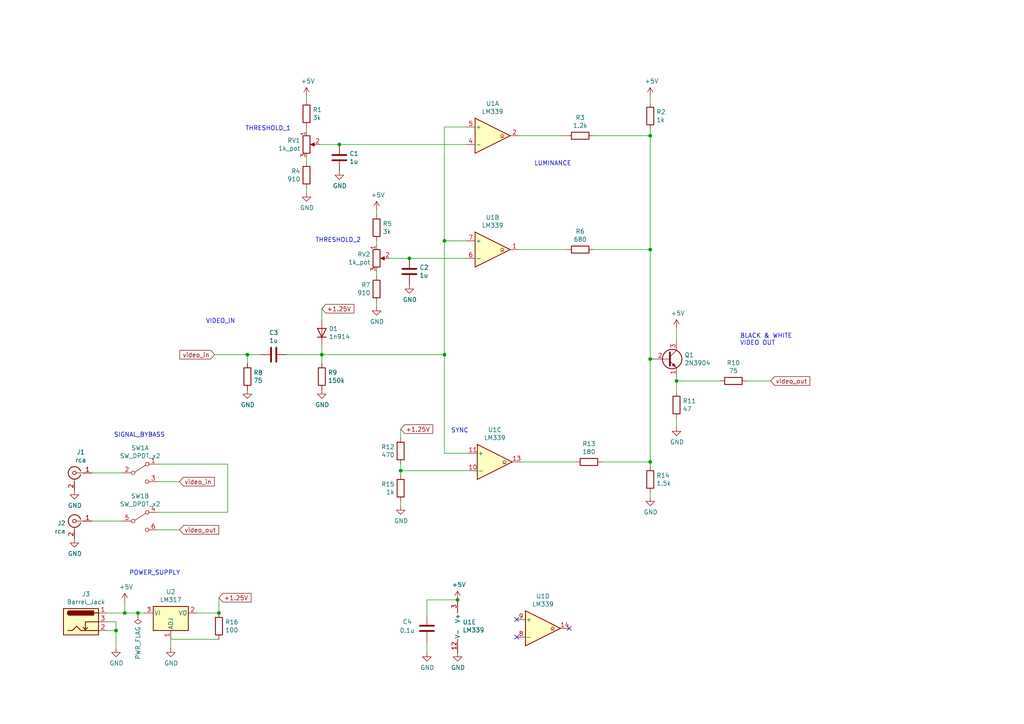
<source format=kicad_sch>
(kicad_sch (version 20211123) (generator eeschema)
  (paper "A4")
  (title_block (title "two_comparator_effect") (date "2022-01-21") (rev "v0_3_1") (company "original design by Rob Schafer") (comment 1 "updated by cyberboy666"))
  (lib_symbols
    (symbol "Comparator:LM339" (pin_names (offset 0.127))
      (property "Reference" "U" (at 0 5.08 0))
      (property "Value" "LM339" (at 0 -5.08 0))
      (symbol "LM339_1_1"
        (polyline (pts (xy -5.08 5.08) (xy 5.08 0) (xy -5.08 -5.08) (xy -5.08 5.08)) (stroke (width 0.254)) (fill (type background)))
        (polyline (pts (xy 3.302 -0.508) (xy 2.794 -0.508) (xy 3.302 0) (xy 2.794 0.508) (xy 2.286 0) (xy 2.794 -0.508) (xy 2.286 -0.508)) (stroke (width 0.127)))
        (pin open_collector line (at 7.62 0 180) (length 2.54) (name "~") (number "2"))
        (pin input line (at -7.62 -2.54 0) (length 2.54) (name "-") (number "4"))
        (pin input line (at -7.62 2.54 0) (length 2.54) (name "+") (number "5"))
      )
      (symbol "LM339_2_1"
        (polyline (pts (xy -5.08 5.08) (xy 5.08 0) (xy -5.08 -5.08) (xy -5.08 5.08)) (stroke (width 0.254)) (fill (type background)))
        (polyline (pts (xy 3.302 -0.508) (xy 2.794 -0.508) (xy 3.302 0) (xy 2.794 0.508) (xy 2.286 0) (xy 2.794 -0.508) (xy 2.286 -0.508)) (stroke (width 0.127)))
        (pin open_collector line (at 7.62 0 180) (length 2.54) (name "~") (number "1"))
        (pin input line (at -7.62 -2.54 0) (length 2.54) (name "-") (number "6"))
        (pin input line (at -7.62 2.54 0) (length 2.54) (name "+") (number "7"))
      )
      (symbol "LM339_3_1"
        (polyline (pts (xy -5.08 5.08) (xy 5.08 0) (xy -5.08 -5.08) (xy -5.08 5.08)) (stroke (width 0.254)) (fill (type background)))
        (polyline (pts (xy 3.302 -0.508) (xy 2.794 -0.508) (xy 3.302 0) (xy 2.794 0.508) (xy 2.286 0) (xy 2.794 -0.508) (xy 2.286 -0.508)) (stroke (width 0.127)))
        (pin input line (at -7.62 -2.54 0) (length 2.54) (name "-") (number "10"))
        (pin input line (at -7.62 2.54 0) (length 2.54) (name "+") (number "11"))
        (pin open_collector line (at 7.62 0 180) (length 2.54) (name "~") (number "13"))
      )
      (symbol "LM339_4_1"
        (polyline (pts (xy -5.08 5.08) (xy 5.08 0) (xy -5.08 -5.08) (xy -5.08 5.08)) (stroke (width 0.254)) (fill (type background)))
        (polyline (pts (xy 3.302 -0.508) (xy 2.794 -0.508) (xy 3.302 0) (xy 2.794 0.508) (xy 2.286 0) (xy 2.794 -0.508) (xy 2.286 -0.508)) (stroke (width 0.127)))
        (pin open_collector line (at 7.62 0 180) (length 2.54) (name "~") (number "14"))
        (pin input line (at -7.62 -2.54 0) (length 2.54) (name "-") (number "8"))
        (pin input line (at -7.62 2.54 0) (length 2.54) (name "+") (number "9"))
      )
      (symbol "LM339_5_1"
        (pin power_in line (at -2.54 -7.62 90) (length 3.81) (name "V-") (number "12"))
        (pin power_in line (at -2.54 7.62 270) (length 3.81) (name "V+") (number "3"))
      )
    )
    (symbol "Connector:Barrel_Jack_Switch" (pin_names hide)
      (property "Reference" "J" (at 0 5.334 0))
      (property "Value" "Barrel_Jack_Switch" (at 0 -5.08 0))
      (symbol "Barrel_Jack_Switch_0_1"
        (rectangle (start -5.08 3.81) (end 5.08 -3.81) (stroke (width 0.254)) (fill (type background)))
        (arc (start -3.302 3.175) (mid -3.937 2.54) (end -3.302 1.905) (stroke (width 0.254)))
        (arc (start -3.302 3.175) (mid -3.937 2.54) (end -3.302 1.905) (stroke (width 0.254)) (fill (type outline)))
        (polyline (pts (xy 1.27 -2.286) (xy 1.905 -1.651)) (stroke (width 0.254)))
        (polyline (pts (xy 5.08 2.54) (xy 3.81 2.54)) (stroke (width 0.254)))
        (polyline (pts (xy 5.08 0) (xy 1.27 0) (xy 1.27 -2.286) (xy 0.635 -1.651)) (stroke (width 0.254)))
        (polyline (pts (xy -3.81 -2.54) (xy -2.54 -2.54) (xy -1.27 -1.27) (xy 0 -2.54) (xy 2.54 -2.54) (xy 5.08 -2.54)) (stroke (width 0.254)))
        (rectangle (start 3.683 3.175) (end -3.302 1.905) (stroke (width 0.254)) (fill (type outline)))
      )
      (symbol "Barrel_Jack_Switch_1_1"
        (pin passive line (at 7.62 2.54 180) (length 2.54) (name "~") (number "1"))
        (pin passive line (at 7.62 -2.54 180) (length 2.54) (name "~") (number "2"))
        (pin passive line (at 7.62 0 180) (length 2.54) (name "~") (number "3"))
      )
    )
    (symbol "Connector:Conn_Coaxial" (pin_names (offset 1.016) hide)
      (property "Reference" "J" (at 0.254 3.048 0))
      (property "Value" "Conn_Coaxial" (at 2.921 0 90))
      (symbol "Conn_Coaxial_0_1"
        (arc (start -1.778 -0.508) (mid 0.2311 -1.8066) (end 1.778 0) (stroke (width 0.254)))
        (polyline (pts (xy -2.54 0) (xy -0.508 0)))
        (polyline (pts (xy 0 -2.54) (xy 0 -1.778)))
        (circle (center 0 0) (radius 0.508) (stroke (width 0.2032)))
        (arc (start 1.778 0) (mid 0.2099 1.8101) (end -1.778 0.508) (stroke (width 0.254)))
      )
      (symbol "Conn_Coaxial_1_1"
        (pin passive line (at -5.08 0 0) (length 2.54) (name "In") (number "1"))
        (pin passive line (at 0 -5.08 90) (length 2.54) (name "Ext") (number "2"))
      )
    )
    (symbol "Device:C" (pin_numbers hide) (pin_names (offset 0.254))
      (property "Reference" "C" (at 0.635 2.54 0))
      (property "Value" "C" (at 0.635 -2.54 0))
      (symbol "C_0_1"
        (polyline (pts (xy -2.032 -0.762) (xy 2.032 -0.762)) (stroke (width 0.508)))
        (polyline (pts (xy -2.032 0.762) (xy 2.032 0.762)) (stroke (width 0.508)))
      )
      (symbol "C_1_1"
        (pin passive line (at 0 3.81 270) (length 2.794) (name "~") (number "1"))
        (pin passive line (at 0 -3.81 90) (length 2.794) (name "~") (number "2"))
      )
    )
    (symbol "Device:D" (pin_numbers hide) (pin_names (offset 1.016) hide)
      (property "Reference" "D" (at 0 2.54 0))
      (property "Value" "D" (at 0 -2.54 0))
      (symbol "D_0_1"
        (polyline (pts (xy -1.27 1.27) (xy -1.27 -1.27)) (stroke (width 0.254)))
        (polyline (pts (xy 1.27 0) (xy -1.27 0)))
        (polyline (pts (xy 1.27 1.27) (xy 1.27 -1.27) (xy -1.27 0) (xy 1.27 1.27)) (stroke (width 0.254)))
      )
      (symbol "D_1_1"
        (pin passive line (at -3.81 0 0) (length 2.54) (name "K") (number "1"))
        (pin passive line (at 3.81 0 180) (length 2.54) (name "A") (number "2"))
      )
    )
    (symbol "Device:R" (pin_numbers hide) (pin_names (offset 0))
      (property "Reference" "R" (at 2.032 0 90))
      (property "Value" "R" (at 0 0 90))
      (symbol "R_0_1"
        (rectangle (start -1.016 -2.54) (end 1.016 2.54) (stroke (width 0.254)))
      )
      (symbol "R_1_1"
        (pin passive line (at 0 3.81 270) (length 1.27) (name "~") (number "1"))
        (pin passive line (at 0 -3.81 90) (length 1.27) (name "~") (number "2"))
      )
    )
    (symbol "Device:R_Potentiometer" (pin_names (offset 1.016) hide)
      (property "Reference" "RV" (at -4.445 0 90))
      (property "Value" "R_Potentiometer" (at -2.54 0 90))
      (symbol "R_Potentiometer_0_1"
        (polyline (pts (xy 2.54 0) (xy 1.524 0)))
        (polyline (pts (xy 1.143 0) (xy 2.286 0.508) (xy 2.286 -0.508) (xy 1.143 0)) (fill (type outline)))
        (rectangle (start 1.016 2.54) (end -1.016 -2.54) (stroke (width 0.254)))
      )
      (symbol "R_Potentiometer_1_1"
        (pin passive line (at 0 3.81 270) (length 1.27) (name "1") (number "1"))
        (pin passive line (at 3.81 0 180) (length 1.27) (name "2") (number "2"))
        (pin passive line (at 0 -3.81 90) (length 1.27) (name "3") (number "3"))
      )
    )
    (symbol "Regulator_Linear:LM317L_TO92" (pin_names (offset 0.254))
      (property "Reference" "U" (at -3.81 3.175 0))
      (property "Value" "LM317L_TO92" (at 0 3.175 0))
      (symbol "LM317L_TO92_0_1"
        (rectangle (start -5.08 1.905) (end 5.08 -5.08) (stroke (width 0.254)) (fill (type background)))
      )
      (symbol "LM317L_TO92_1_1"
        (pin input line (at 0 -7.62 90) (length 2.54) (name "ADJ") (number "1"))
        (pin power_out line (at 7.62 0 180) (length 2.54) (name "VO") (number "2"))
        (pin power_in line (at -7.62 0 0) (length 2.54) (name "VI") (number "3"))
      )
    )
    (symbol "Switch:SW_DPDT_x2" (pin_names (offset 0) hide)
      (property "Reference" "SW" (at 0 4.318 0))
      (property "Value" "SW_DPDT_x2" (at 0 -5.08 0))
      (symbol "SW_DPDT_x2_0_0"
        (circle (center -2.032 0) (radius 0.508))
        (circle (center 2.032 -2.54) (radius 0.508))
      )
      (symbol "SW_DPDT_x2_0_1"
        (polyline (pts (xy -1.524 0.254) (xy 1.651 2.286)))
        (circle (center 2.032 2.54) (radius 0.508))
      )
      (symbol "SW_DPDT_x2_1_1"
        (pin passive line (at 5.08 2.54 180) (length 2.54) (name "A") (number "1"))
        (pin passive line (at -5.08 0 0) (length 2.54) (name "B") (number "2"))
        (pin passive line (at 5.08 -2.54 180) (length 2.54) (name "C") (number "3"))
      )
      (symbol "SW_DPDT_x2_2_1"
        (pin passive line (at 5.08 2.54 180) (length 2.54) (name "A") (number "4"))
        (pin passive line (at -5.08 0 0) (length 2.54) (name "B") (number "5"))
        (pin passive line (at 5.08 -2.54 180) (length 2.54) (name "C") (number "6"))
      )
    )
    (symbol "Transistor_BJT:2N3904" (pin_names (offset 0) hide)
      (property "Reference" "Q" (at 5.08 1.905 0))
      (property "Value" "2N3904" (at 5.08 0 0))
      (symbol "2N3904_0_1"
        (polyline (pts (xy 0.635 0.635) (xy 2.54 2.54)))
        (polyline (pts (xy 0.635 -0.635) (xy 2.54 -2.54) (xy 2.54 -2.54)))
        (polyline (pts (xy 0.635 1.905) (xy 0.635 -1.905) (xy 0.635 -1.905)) (stroke (width 0.508)))
        (polyline (pts (xy 1.27 -1.778) (xy 1.778 -1.27) (xy 2.286 -2.286) (xy 1.27 -1.778) (xy 1.27 -1.778)) (fill (type outline)))
        (circle (center 1.27 0) (radius 2.8194) (stroke (width 0.254)))
      )
      (symbol "2N3904_1_1"
        (pin passive line (at 2.54 -5.08 90) (length 2.54) (name "E") (number "1"))
        (pin passive line (at -5.08 0 0) (length 5.715) (name "B") (number "2"))
        (pin passive line (at 2.54 5.08 270) (length 2.54) (name "C") (number "3"))
      )
    )
    (symbol "power:+5V" (power) (pin_names (offset 0))
      (property "Value" "+5V" (at 0 3.556 0))
      (symbol "+5V_0_1"
        (polyline (pts (xy -0.762 1.27) (xy 0 2.54)))
        (polyline (pts (xy 0 0) (xy 0 2.54)))
        (polyline (pts (xy 0 2.54) (xy 0.762 1.27)))
      )
      (symbol "+5V_1_1"
        (pin power_in line (at 0 0 90) (length 0) hide (name "+5V") (number "1"))
      )
    )
    (symbol "power:GND" (power) (pin_names (offset 0))
      (property "Value" "GND" (at 0 -3.81 0))
      (symbol "GND_0_1"
        (polyline (pts (xy 0 0) (xy 0 -1.27) (xy 1.27 -1.27) (xy 0 -2.54) (xy -1.27 -1.27) (xy 0 -1.27)))
      )
      (symbol "GND_1_1"
        (pin power_in line (at 0 0 270) (length 0) hide (name "GND") (number "1"))
      )
    )
    (symbol "power:PWR_FLAG" (power) (pin_numbers hide) (pin_names (offset 0) hide)
      (property "Value" "PWR_FLAG" (at 0 3.81 0))
      (symbol "PWR_FLAG_0_0"
        (pin power_out line (at 0 0 90) (length 0) (name "pwr") (number "1"))
      )
      (symbol "PWR_FLAG_0_1"
        (polyline (pts (xy 0 0) (xy 0 1.27) (xy -1.016 1.905) (xy 0 2.54) (xy 1.016 1.905) (xy 0 1.27)))
      )
    )
  )
  (junction (at 196.215 110.49))
  (junction (at 118.745 74.93))
  (junction (at 188.595 72.39))
  (junction (at 188.595 39.37))
  (junction (at 128.905 102.87))
  (junction (at 98.425 41.91))
  (junction (at 40.005 177.8))
  (junction (at 71.755 102.87))
  (junction (at 63.5 177.8))
  (junction (at 132.715 173.99))
  (junction (at 188.595 133.985))
  (junction (at 93.345 102.87))
  (junction (at 36.195 177.8))
  (junction (at 33.655 182.88))
  (junction (at 116.205 136.525))
  (junction (at 188.595 104.14))
  (junction (at 128.905 69.85))
  (no_connect (at 165.1 182.245))
  (no_connect (at 149.86 179.705))
  (no_connect (at 149.86 184.785))
  (wire (pts (xy 109.22 88.9) (xy 109.22 87.63)))
  (wire (pts (xy 196.215 110.49) (xy 196.215 113.665)))
  (wire (pts (xy 116.205 136.525) (xy 116.205 134.62)))
  (wire (pts (xy 188.595 72.39) (xy 188.595 104.14)))
  (wire (pts (xy 63.5 185.42) (xy 49.53 185.42)))
  (wire (pts (xy 172.085 39.37) (xy 188.595 39.37)))
  (wire (pts (xy 123.825 173.99) (xy 123.825 178.435)))
  (wire (pts (xy 188.595 133.985) (xy 188.595 104.14)))
  (wire (pts (xy 196.215 121.285) (xy 196.215 123.825)))
  (wire (pts (xy 93.345 89.535) (xy 93.345 92.71)))
  (wire (pts (xy 57.15 177.8) (xy 63.5 177.8)))
  (wire (pts (xy 116.205 137.795) (xy 116.205 136.525)))
  (wire (pts (xy 93.345 102.87) (xy 93.345 105.41)))
  (wire (pts (xy 128.905 102.87) (xy 128.905 131.445)))
  (wire (pts (xy 216.535 110.49) (xy 223.52 110.49)))
  (wire (pts (xy 93.345 100.33) (xy 93.345 102.87)))
  (wire (pts (xy 83.185 102.87) (xy 93.345 102.87)))
  (wire (pts (xy 135.89 136.525) (xy 116.205 136.525)))
  (wire (pts (xy 196.215 95.25) (xy 196.215 99.06)))
  (wire (pts (xy 174.625 133.985) (xy 188.595 133.985)))
  (wire (pts (xy 40.005 177.8) (xy 41.91 177.8)))
  (wire (pts (xy 98.425 41.91) (xy 135.255 41.91)))
  (wire (pts (xy 150.495 72.39) (xy 164.465 72.39)))
  (wire (pts (xy 40.005 178.435) (xy 40.005 177.8)))
  (wire (pts (xy 71.755 105.41) (xy 71.755 102.87)))
  (wire (pts (xy 128.905 131.445) (xy 135.89 131.445)))
  (wire (pts (xy 36.195 177.8) (xy 40.005 177.8)))
  (wire (pts (xy 45.72 139.7) (xy 52.07 139.7)))
  (wire (pts (xy 63.5 177.8) (xy 63.5 173.355)))
  (wire (pts (xy 116.205 124.46) (xy 116.205 127)))
  (wire (pts (xy 66.04 134.62) (xy 66.04 148.59)))
  (wire (pts (xy 33.655 180.34) (xy 33.655 182.88)))
  (wire (pts (xy 113.03 74.93) (xy 118.745 74.93)))
  (wire (pts (xy 135.255 74.93) (xy 118.745 74.93)))
  (wire (pts (xy 45.72 134.62) (xy 66.04 134.62)))
  (wire (pts (xy 188.595 39.37) (xy 188.595 72.39)))
  (wire (pts (xy 132.715 173.99) (xy 123.825 173.99)))
  (wire (pts (xy 188.595 135.255) (xy 188.595 133.985)))
  (wire (pts (xy 66.04 148.59) (xy 45.72 148.59)))
  (wire (pts (xy 92.71 41.91) (xy 98.425 41.91)))
  (wire (pts (xy 208.915 110.49) (xy 196.215 110.49)))
  (wire (pts (xy 128.905 36.83) (xy 135.255 36.83)))
  (wire (pts (xy 109.22 60.96) (xy 109.22 62.23)))
  (wire (pts (xy 188.595 37.465) (xy 188.595 39.37)))
  (wire (pts (xy 71.755 102.87) (xy 75.565 102.87)))
  (wire (pts (xy 116.205 145.415) (xy 116.205 146.685)))
  (wire (pts (xy 128.905 69.85) (xy 135.255 69.85)))
  (wire (pts (xy 62.23 102.87) (xy 71.755 102.87)))
  (wire (pts (xy 123.825 186.055) (xy 123.825 189.23)))
  (wire (pts (xy 109.22 80.01) (xy 109.22 78.74)))
  (wire (pts (xy 196.215 110.49) (xy 196.215 109.22)))
  (wire (pts (xy 109.22 71.12) (xy 109.22 69.85)))
  (wire (pts (xy 88.9 27.94) (xy 88.9 29.21)))
  (wire (pts (xy 151.13 133.985) (xy 167.005 133.985)))
  (wire (pts (xy 33.655 182.88) (xy 33.655 187.96)))
  (wire (pts (xy 88.9 38.1) (xy 88.9 36.83)))
  (wire (pts (xy 128.905 69.85) (xy 128.905 102.87)))
  (wire (pts (xy 128.905 36.83) (xy 128.905 69.85)))
  (wire (pts (xy 49.53 185.42) (xy 49.53 187.96)))
  (wire (pts (xy 26.67 151.13) (xy 35.56 151.13)))
  (wire (pts (xy 52.07 153.67) (xy 45.72 153.67)))
  (wire (pts (xy 31.115 182.88) (xy 33.655 182.88)))
  (wire (pts (xy 150.495 39.37) (xy 164.465 39.37)))
  (wire (pts (xy 88.9 55.88) (xy 88.9 54.61)))
  (wire (pts (xy 188.595 144.145) (xy 188.595 142.875)))
  (wire (pts (xy 36.195 174.625) (xy 36.195 177.8)))
  (wire (pts (xy 188.595 29.845) (xy 188.595 27.94)))
  (wire (pts (xy 31.115 180.34) (xy 33.655 180.34)))
  (wire (pts (xy 31.115 177.8) (xy 36.195 177.8)))
  (wire (pts (xy 88.9 46.99) (xy 88.9 45.72)))
  (wire (pts (xy 93.345 102.87) (xy 128.905 102.87)))
  (wire (pts (xy 172.085 72.39) (xy 188.595 72.39)))
  (wire (pts (xy 26.67 137.16) (xy 35.56 137.16)))
  (text "THRESHOLD_2" (at 91.44 70.485 0) (effects (font (size 1.27 1.27)) (justify left bottom)))
  (text "BLACK & WHITE \nVIDEO OUT" (at 214.63 100.33 0) (effects (font (size 1.27 1.27)) (justify left bottom)))
  (text "POWER_SUPPLY" (at 37.465 167.005 0) (effects (font (size 1.27 1.27)) (justify left bottom)))
  (text "THRESHOLD_1" (at 71.12 38.1 0) (effects (font (size 1.27 1.27)) (justify left bottom)))
  (text "SYNC" (at 130.81 125.73 0) (effects (font (size 1.27 1.27)) (justify left bottom)))
  (text "VIDEO_IN" (at 59.69 93.98 0) (effects (font (size 1.27 1.27)) (justify left bottom)))
  (text "SIGNAL_BYBASS" (at 33.02 127 0) (effects (font (size 1.27 1.27)) (justify left bottom)))
  (text "LUMINANCE" (at 154.94 48.26 0) (effects (font (size 1.27 1.27)) (justify left bottom)))
  (global_label "video_in" (shape input) (at 62.23 102.87 180) (property "Intersheet References" "${INTERSHEET_REFS}" (effects hide)))
  (global_label "+1.25V" (shape input) (at 116.205 124.46 0) (property "Intersheet References" "${INTERSHEET_REFS}" (effects hide)))
  (global_label "video_in" (shape input) (at 52.07 139.7 0) (property "Intersheet References" "${INTERSHEET_REFS}" (effects hide)))
  (global_label "+1.25V" (shape input) (at 93.345 89.535 0) (property "Intersheet References" "${INTERSHEET_REFS}" (effects hide)))
  (global_label "video_out" (shape input) (at 52.07 153.67 0) (property "Intersheet References" "${INTERSHEET_REFS}" (effects hide)))
  (global_label "video_out" (shape input) (at 223.52 110.49 0) (property "Intersheet References" "${INTERSHEET_REFS}" (effects hide)))
  (global_label "+1.25V" (shape input) (at 63.5 173.355 0) (property "Intersheet References" "${INTERSHEET_REFS}" (effects hide)))
  (symbol (lib_id "Regulator_Linear:LM317L_TO92") (at 49.53 177.8 0) (unit 1)
    (property "Reference" "U2" (at 49.53 171.6532 0))
    (property "Value" "LM317" (at 49.53 173.9646 0))
    (property "Footprint" "Package_TO_SOT_THT:TO-92_Inline" (effects hide))
    (property "Datasheet" "http://www.ti.com/lit/ds/snvs775k/snvs775k.pdf" (effects hide))
  )
  (symbol (lib_id "power:GND") (at 49.53 187.96 0) (unit 1)
    (property "Reference" "#PWR023" (effects hide))
    (property "Value" "GND" (at 49.657 192.3542 0))
  )
  (symbol (lib_id "power:+5V") (at 36.195 174.625 0) (unit 1)
    (property "Reference" "#PWR019" (effects hide))
    (property "Value" "+5V" (at 36.576 170.2308 0))
  )
  (symbol (lib_id "Device:R") (at 63.5 181.61 0) (unit 1)
    (property "Reference" "R16" (at 65.278 180.4416 0) (effects (justify left)))
    (property "Value" "100" (at 65.278 182.753 0) (effects (justify left)))
    (property "Footprint" "Resistor_THT:R_Axial_DIN0207_L6.3mm_D2.5mm_P7.62mm_Horizontal" (effects hide))
  )
  (symbol (lib_id "Connector:Conn_Coaxial") (at 21.59 137.16 0) (mirror y) (unit 1)
    (property "Reference" "J1" (at 23.4188 131.1148 0))
    (property "Value" "rca" (at 23.4188 133.4262 0))
    (property "Footprint" "lib:tht_rca_vertical" (effects hide))
    (property "Datasheet" " ~" (effects hide))
  )
  (symbol (lib_id "power:GND") (at 21.59 142.24 0) (unit 1)
    (property "Reference" "#PWR013" (effects hide))
    (property "Value" "GND" (at 21.717 146.6342 0))
  )
  (symbol (lib_id "Device:C") (at 79.375 102.87 270) (unit 1)
    (property "Reference" "C3" (at 79.375 96.4692 90))
    (property "Value" "1u" (at 79.375 98.7806 90))
    (property "Footprint" "Capacitor_THT:C_Disc_D4.7mm_W2.5mm_P5.00mm" (effects hide))
  )
  (symbol (lib_id "Device:R") (at 93.345 109.22 0) (unit 1)
    (property "Reference" "R9" (at 95.123 108.0516 0) (effects (justify left)))
    (property "Value" "150k" (at 95.123 110.363 0) (effects (justify left)))
    (property "Footprint" "Resistor_THT:R_Axial_DIN0207_L6.3mm_D2.5mm_P7.62mm_Horizontal" (effects hide))
  )
  (symbol (lib_id "Device:D") (at 93.345 96.52 90) (unit 1)
    (property "Reference" "D1" (at 95.3516 95.3516 90) (effects (justify right)))
    (property "Value" "1n914" (at 95.3516 97.663 90) (effects (justify right)))
    (property "Footprint" "Diode_THT:D_A-405_P7.62mm_Horizontal" (effects hide))
  )
  (symbol (lib_id "power:GND") (at 93.345 113.03 0) (unit 1)
    (property "Reference" "#PWR015" (effects hide))
    (property "Value" "GND" (at 93.472 117.4242 0))
  )
  (symbol (lib_id "Device:R") (at 71.755 109.22 0) (unit 1)
    (property "Reference" "R8" (at 73.533 108.0516 0) (effects (justify left)))
    (property "Value" "75" (at 73.533 110.363 0) (effects (justify left)))
    (property "Footprint" "Resistor_THT:R_Axial_DIN0207_L6.3mm_D2.5mm_P7.62mm_Horizontal" (effects hide))
  )
  (symbol (lib_id "power:GND") (at 71.755 113.03 0) (unit 1)
    (property "Reference" "#PWR014" (effects hide))
    (property "Value" "GND" (at 71.882 117.4242 0))
  )
  (symbol (lib_id "Device:C") (at 118.745 78.74 180) (unit 1)
    (property "Reference" "C2" (at 121.666 77.5716 0) (effects (justify right)))
    (property "Value" "1u" (at 121.666 79.883 0) (effects (justify right)))
    (property "Footprint" "Capacitor_THT:C_Disc_D4.7mm_W2.5mm_P5.00mm" (effects hide))
  )
  (symbol (lib_id "power:GND") (at 118.745 82.55 0) (unit 1)
    (property "Reference" "#PWR010" (effects hide))
    (property "Value" "GND" (at 118.872 86.9442 0))
  )
  (symbol (lib_id "Device:R_Potentiometer") (at 109.22 74.93 0) (unit 1)
    (property "Reference" "RV2" (at 107.442 73.7616 0) (effects (justify right)))
    (property "Value" "1k_pot" (at 107.442 76.073 0) (effects (justify right)))
    (property "Footprint" "lib:Potentiometer_Vertical_Large" (effects hide))
  )
  (symbol (lib_id "Device:R") (at 109.22 66.04 0) (unit 1)
    (property "Reference" "R5" (at 110.998 64.8716 0) (effects (justify left)))
    (property "Value" "3k" (at 110.998 67.183 0) (effects (justify left)))
    (property "Footprint" "Resistor_THT:R_Axial_DIN0207_L6.3mm_D2.5mm_P7.62mm_Horizontal" (effects hide))
  )
  (symbol (lib_id "Device:R") (at 109.22 83.82 0) (mirror x) (unit 1)
    (property "Reference" "R7" (at 107.4674 82.6516 0) (effects (justify right)))
    (property "Value" "910" (at 107.4674 84.963 0) (effects (justify right)))
    (property "Footprint" "Resistor_THT:R_Axial_DIN0207_L6.3mm_D2.5mm_P7.62mm_Horizontal" (effects hide))
  )
  (symbol (lib_id "power:+5V") (at 109.22 60.96 0) (unit 1)
    (property "Reference" "#PWR07" (effects hide))
    (property "Value" "+5V" (at 109.601 56.5658 0))
  )
  (symbol (lib_id "power:GND") (at 109.22 88.9 0) (unit 1)
    (property "Reference" "#PWR011" (effects hide))
    (property "Value" "GND" (at 109.347 93.2942 0))
  )
  (symbol (lib_id "Device:R") (at 116.205 141.605 0) (mirror x) (unit 1)
    (property "Reference" "R15" (at 114.4524 140.4366 0) (effects (justify right)))
    (property "Value" "1k" (at 114.4524 142.748 0) (effects (justify right)))
    (property "Footprint" "Resistor_THT:R_Axial_DIN0207_L6.3mm_D2.5mm_P7.62mm_Horizontal" (effects hide))
  )
  (symbol (lib_id "Device:R") (at 116.205 130.81 0) (mirror x) (unit 1)
    (property "Reference" "R12" (at 114.4524 129.6416 0) (effects (justify right)))
    (property "Value" "470" (at 114.4524 131.953 0) (effects (justify right)))
    (property "Footprint" "Resistor_THT:R_Axial_DIN0207_L6.3mm_D2.5mm_P7.62mm_Horizontal" (effects hide))
  )
  (symbol (lib_id "power:GND") (at 116.205 146.685 0) (unit 1)
    (property "Reference" "#PWR022" (effects hide))
    (property "Value" "GND" (at 116.332 151.0792 0))
  )
  (symbol (lib_id "Device:R") (at 168.275 72.39 90) (mirror x) (unit 1)
    (property "Reference" "R6" (at 168.275 67.1322 90))
    (property "Value" "680" (at 168.275 69.4436 90))
    (property "Footprint" "Resistor_THT:R_Axial_DIN0207_L6.3mm_D2.5mm_P7.62mm_Horizontal" (effects hide))
  )
  (symbol (lib_id "Device:R") (at 170.815 133.985 90) (mirror x) (unit 1)
    (property "Reference" "R13" (at 170.815 128.7272 90))
    (property "Value" "180" (at 170.815 131.0386 90))
    (property "Footprint" "Resistor_THT:R_Axial_DIN0207_L6.3mm_D2.5mm_P7.62mm_Horizontal" (effects hide))
  )
  (symbol (lib_id "Transistor_BJT:2N3904") (at 193.675 104.14 0) (unit 1)
    (property "Reference" "Q1" (at 198.501 102.9716 0) (effects (justify left)))
    (property "Value" "2N3904" (at 198.501 105.283 0) (effects (justify left)))
    (property "Footprint" "Package_TO_SOT_THT:TO-92_HandSolder" (effects hide))
    (property "Datasheet" "https://www.fairchildsemi.com/datasheets/2N/2N3904.pdf" (effects hide))
  )
  (symbol (lib_id "Device:R") (at 188.595 139.065 0) (mirror y) (unit 1)
    (property "Reference" "R14" (at 190.373 137.8966 0) (effects (justify right)))
    (property "Value" "1.5k" (at 190.373 140.208 0) (effects (justify right)))
    (property "Footprint" "Resistor_THT:R_Axial_DIN0207_L6.3mm_D2.5mm_P7.62mm_Horizontal" (effects hide))
  )
  (symbol (lib_id "power:GND") (at 188.595 144.145 0) (unit 1)
    (property "Reference" "#PWR021" (effects hide))
    (property "Value" "GND" (at 188.722 148.5392 0))
  )
  (symbol (lib_id "power:+5V") (at 196.215 95.25 0) (unit 1)
    (property "Reference" "#PWR012" (effects hide))
    (property "Value" "+5V" (at 196.596 90.8558 0))
  )
  (symbol (lib_id "Device:R") (at 196.215 117.475 0) (mirror y) (unit 1)
    (property "Reference" "R11" (at 197.993 116.3066 0) (effects (justify right)))
    (property "Value" "47" (at 197.993 118.618 0) (effects (justify right)))
    (property "Footprint" "Resistor_THT:R_Axial_DIN0207_L6.3mm_D2.5mm_P7.62mm_Horizontal" (effects hide))
  )
  (symbol (lib_id "Device:R") (at 212.725 110.49 270) (mirror x) (unit 1)
    (property "Reference" "R10" (at 212.725 105.2322 90))
    (property "Value" "75" (at 212.725 107.5436 90))
    (property "Footprint" "Resistor_THT:R_Axial_DIN0207_L6.3mm_D2.5mm_P7.62mm_Horizontal" (effects hide))
  )
  (symbol (lib_id "power:GND") (at 196.215 123.825 0) (unit 1)
    (property "Reference" "#PWR017" (effects hide))
    (property "Value" "GND" (at 196.342 128.2192 0))
  )
  (symbol (lib_id "Connector:Conn_Coaxial") (at 21.59 151.13 0) (mirror y) (unit 1)
    (property "Reference" "J2" (at 19.05 151.765 0) (effects (justify left)))
    (property "Value" "rca" (at 19.05 154.0764 0) (effects (justify left)))
    (property "Footprint" "lib:tht_rca_vertical" (effects hide))
    (property "Datasheet" " ~" (effects hide))
  )
  (symbol (lib_id "power:GND") (at 21.59 156.21 0) (unit 1)
    (property "Reference" "#PWR016" (effects hide))
    (property "Value" "GND" (at 21.717 160.6042 0))
  )
  (symbol (lib_id "power:PWR_FLAG") (at 40.005 178.435 180) (unit 1)
    (property "Reference" "#FLG0101" (effects hide))
    (property "Value" "PWR_FLAG" (at 40.005 181.6608 90) (effects (justify left)))
  )
  (symbol (lib_id "Device:C") (at 98.425 45.72 180) (unit 1)
    (property "Reference" "C1" (at 101.346 44.5516 0) (effects (justify right)))
    (property "Value" "1u" (at 101.346 46.863 0) (effects (justify right)))
    (property "Footprint" "Capacitor_THT:C_Disc_D4.7mm_W2.5mm_P5.00mm" (effects hide))
  )
  (symbol (lib_id "power:GND") (at 98.425 49.53 0) (unit 1)
    (property "Reference" "#PWR05" (effects hide))
    (property "Value" "GND" (at 98.552 53.9242 0))
  )
  (symbol (lib_id "Device:R_Potentiometer") (at 88.9 41.91 0) (unit 1)
    (property "Reference" "RV1" (at 87.122 40.7416 0) (effects (justify right)))
    (property "Value" "1k_pot" (at 87.122 43.053 0) (effects (justify right)))
    (property "Footprint" "lib:Potentiometer_Vertical_Large" (effects hide))
  )
  (symbol (lib_id "Device:R") (at 88.9 33.02 0) (unit 1)
    (property "Reference" "R1" (at 90.678 31.8516 0) (effects (justify left)))
    (property "Value" "3k" (at 90.678 34.163 0) (effects (justify left)))
    (property "Footprint" "Resistor_THT:R_Axial_DIN0207_L6.3mm_D2.5mm_P7.62mm_Horizontal" (effects hide))
  )
  (symbol (lib_id "Device:R") (at 88.9 50.8 0) (mirror x) (unit 1)
    (property "Reference" "R4" (at 87.1474 49.6316 0) (effects (justify right)))
    (property "Value" "910" (at 87.1474 51.943 0) (effects (justify right)))
    (property "Footprint" "Resistor_THT:R_Axial_DIN0207_L6.3mm_D2.5mm_P7.62mm_Horizontal" (effects hide))
  )
  (symbol (lib_id "power:+5V") (at 88.9 27.94 0) (unit 1)
    (property "Reference" "#PWR01" (effects hide))
    (property "Value" "+5V" (at 89.281 23.5458 0))
  )
  (symbol (lib_id "power:GND") (at 88.9 55.88 0) (unit 1)
    (property "Reference" "#PWR06" (effects hide))
    (property "Value" "GND" (at 89.027 60.2742 0))
  )
  (symbol (lib_id "Device:R") (at 168.275 39.37 90) (mirror x) (unit 1)
    (property "Reference" "R3" (at 168.275 34.1122 90))
    (property "Value" "1.2k" (at 168.275 36.4236 90))
    (property "Footprint" "Resistor_THT:R_Axial_DIN0207_L6.3mm_D2.5mm_P7.62mm_Horizontal" (effects hide))
  )
  (symbol (lib_id "power:+5V") (at 188.595 27.94 0) (unit 1)
    (property "Reference" "#PWR02" (effects hide))
    (property "Value" "+5V" (at 188.976 23.5458 0))
  )
  (symbol (lib_id "Device:R") (at 188.595 33.655 0) (mirror y) (unit 1)
    (property "Reference" "R2" (at 190.373 32.4866 0) (effects (justify right)))
    (property "Value" "1k" (at 190.373 34.798 0) (effects (justify right)))
    (property "Footprint" "Resistor_THT:R_Axial_DIN0207_L6.3mm_D2.5mm_P7.62mm_Horizontal" (effects hide))
  )
  (symbol (lib_id "Connector:Barrel_Jack_Switch") (at 23.495 180.34 0) (unit 1)
    (property "Reference" "J3" (at 24.9428 172.2882 0))
    (property "Value" "Barrel_Jack" (at 24.9428 174.5996 0))
    (property "Footprint" "Connector_BarrelJack:BarrelJack_Horizontal" (effects hide))
  )
  (symbol (lib_id "power:GND") (at 33.655 187.96 0) (unit 1)
    (property "Reference" "#PWR024" (effects hide))
    (property "Value" "GND" (at 33.782 192.3542 0))
  )
  (symbol (lib_id "Comparator:LM339") (at 142.875 39.37 0) (unit 1)
    (property "Reference" "U1" (at 142.875 30.0482 0))
    (property "Value" "LM339" (at 142.875 32.3596 0))
    (property "Footprint" "Package_DIP:DIP-14_W7.62mm_LongPads" (effects hide))
    (property "Datasheet" "http://www.ti.com/lit/ds/symlink/lm339.pdf" (effects hide))
  )
  (symbol (lib_id "Comparator:LM339") (at 142.875 72.39 0) (unit 2)
    (property "Reference" "U1" (at 142.875 63.0682 0))
    (property "Value" "LM339" (at 142.875 65.3796 0))
    (property "Footprint" "Package_DIP:DIP-14_W7.62mm_LongPads" (effects hide))
    (property "Datasheet" "http://www.ti.com/lit/ds/symlink/lm339.pdf" (effects hide))
  )
  (symbol (lib_id "Comparator:LM339") (at 143.51 133.985 0) (unit 3)
    (property "Reference" "U1" (at 143.51 124.6632 0))
    (property "Value" "LM339" (at 143.51 126.9746 0))
    (property "Footprint" "Package_DIP:DIP-14_W7.62mm_LongPads" (effects hide))
    (property "Datasheet" "http://www.ti.com/lit/ds/symlink/lm339.pdf" (effects hide))
  )
  (symbol (lib_id "Comparator:LM339") (at 157.48 182.245 0) (unit 4)
    (property "Reference" "U1" (at 157.48 172.9232 0))
    (property "Value" "LM339" (at 157.48 175.2346 0))
    (property "Footprint" "Package_DIP:DIP-14_W7.62mm_LongPads" (effects hide))
    (property "Datasheet" "http://www.ti.com/lit/ds/symlink/lm339.pdf" (effects hide))
  )
  (symbol (lib_id "Comparator:LM339") (at 135.255 181.61 0) (unit 5)
    (property "Reference" "U1" (at 134.1882 180.4416 0) (effects (justify left)))
    (property "Value" "LM339" (at 134.1882 182.753 0) (effects (justify left)))
    (property "Footprint" "Package_DIP:DIP-14_W7.62mm_LongPads" (effects hide))
    (property "Datasheet" "http://www.ti.com/lit/ds/symlink/lm339.pdf" (effects hide))
  )
  (symbol (lib_id "power:+5V") (at 132.715 173.99 0) (unit 1)
    (property "Reference" "#PWR03" (effects hide))
    (property "Value" "+5V" (at 133.096 169.5958 0))
  )
  (symbol (lib_id "power:GND") (at 132.715 189.23 0) (unit 1)
    (property "Reference" "#PWR04" (effects hide))
    (property "Value" "GND" (at 132.842 193.6242 0))
  )
  (symbol (lib_id "Device:C") (at 123.825 182.245 0) (unit 1)
    (property "Reference" "C4" (at 118.11 180.34 0))
    (property "Value" "0.1u" (at 118.11 182.88 0))
    (property "Footprint" "Capacitor_THT:C_Disc_D4.7mm_W2.5mm_P5.00mm" (effects hide))
  )
  (symbol (lib_id "power:GND") (at 123.825 189.23 0) (unit 1)
    (property "Reference" "#PWR08" (effects hide))
    (property "Value" "GND" (at 123.952 193.6242 0))
  )
  (symbol (lib_id "Switch:SW_DPDT_x2") (at 40.64 137.16 0) (unit 1)
    (property "Reference" "SW1" (at 40.64 129.921 0))
    (property "Value" "SW_DPDT_x2" (at 40.64 132.2324 0))
    (property "Footprint" "lib:dpdt_mini_toggle_switch_tayda" (effects hide))
  )
  (symbol (lib_id "Switch:SW_DPDT_x2") (at 40.64 151.13 0) (unit 2)
    (property "Reference" "SW1" (at 40.64 143.891 0))
    (property "Value" "SW_DPDT_x2" (at 40.64 146.2024 0))
    (property "Footprint" "lib:dpdt_mini_toggle_switch_tayda" (effects hide))
  )
)
</source>
